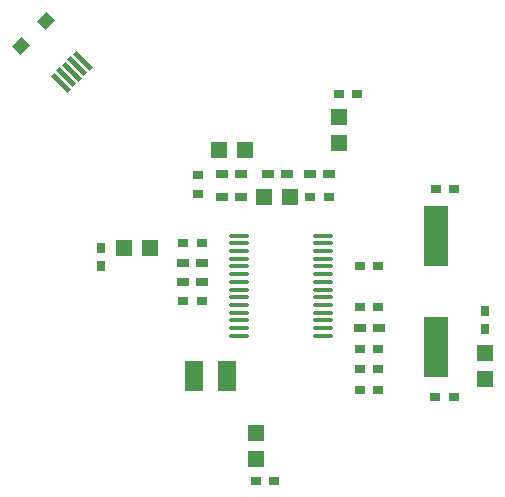
<source format=gtp>
G04*
G04 #@! TF.GenerationSoftware,Altium Limited,Altium Designer,20.0.11 (256)*
G04*
G04 Layer_Color=8421504*
%FSLAX25Y25*%
%MOIN*%
G70*
G01*
G75*
%ADD17R,0.03780X0.03150*%
%ADD18O,0.07000X0.01300*%
%ADD19R,0.05500X0.05300*%
%ADD20R,0.05300X0.05500*%
%ADD21R,0.05906X0.09843*%
%ADD22R,0.03000X0.03740*%
%ADD23R,0.03740X0.03000*%
%ADD24R,0.03937X0.03000*%
%ADD25R,0.07874X0.20472*%
G04:AMPARAMS|DCode=26|XSize=15.75mil|YSize=78.74mil|CornerRadius=0mil|HoleSize=0mil|Usage=FLASHONLY|Rotation=45.000|XOffset=0mil|YOffset=0mil|HoleType=Round|Shape=Rectangle|*
%AMROTATEDRECTD26*
4,1,4,0.02227,-0.03341,-0.03341,0.02227,-0.02227,0.03341,0.03341,-0.02227,0.02227,-0.03341,0.0*
%
%ADD26ROTATEDRECTD26*%

G04:AMPARAMS|DCode=27|XSize=43.31mil|YSize=39.37mil|CornerRadius=0mil|HoleSize=0mil|Usage=FLASHONLY|Rotation=45.000|XOffset=0mil|YOffset=0mil|HoleType=Round|Shape=Rectangle|*
%AMROTATEDRECTD27*
4,1,4,-0.00139,-0.02923,-0.02923,-0.00139,0.00139,0.02923,0.02923,0.00139,-0.00139,-0.02923,0.0*
%
%ADD27ROTATEDRECTD27*%

D17*
X67748Y138031D02*
D03*
Y131810D02*
D03*
D18*
X81500Y84560D02*
D03*
Y87120D02*
D03*
Y89680D02*
D03*
Y92240D02*
D03*
Y94800D02*
D03*
Y97360D02*
D03*
Y99920D02*
D03*
Y102480D02*
D03*
Y105040D02*
D03*
Y107600D02*
D03*
Y110160D02*
D03*
Y112720D02*
D03*
Y115280D02*
D03*
Y117840D02*
D03*
X109500D02*
D03*
Y115280D02*
D03*
Y112720D02*
D03*
Y110160D02*
D03*
Y107600D02*
D03*
Y105040D02*
D03*
Y102480D02*
D03*
Y99920D02*
D03*
Y97360D02*
D03*
Y94800D02*
D03*
Y92240D02*
D03*
Y89680D02*
D03*
Y87120D02*
D03*
Y84560D02*
D03*
D19*
X87120Y52133D02*
D03*
Y43471D02*
D03*
X163380Y70164D02*
D03*
Y78826D02*
D03*
X114900Y148717D02*
D03*
Y157379D02*
D03*
D20*
X43295Y113880D02*
D03*
X51957D02*
D03*
X74939Y146400D02*
D03*
X83601D02*
D03*
X89902Y130620D02*
D03*
X98564D02*
D03*
D21*
X66453Y70932D02*
D03*
X77477D02*
D03*
D22*
X35587Y113880D02*
D03*
Y107778D02*
D03*
X163380Y86660D02*
D03*
Y92762D02*
D03*
D23*
X87120Y36200D02*
D03*
X93222D02*
D03*
X147100Y133392D02*
D03*
X153202D02*
D03*
X147001Y64232D02*
D03*
X153104D02*
D03*
X69062Y96082D02*
D03*
X62960D02*
D03*
X121848Y80217D02*
D03*
X127951D02*
D03*
X121848Y94102D02*
D03*
X127951D02*
D03*
X121848Y107598D02*
D03*
X127951D02*
D03*
X121795Y73275D02*
D03*
X127898D02*
D03*
X114900Y165046D02*
D03*
X121002D02*
D03*
X105286Y130626D02*
D03*
X111388D02*
D03*
X121795Y66332D02*
D03*
X127898D02*
D03*
X69062Y115375D02*
D03*
X62960D02*
D03*
D24*
X69131Y108894D02*
D03*
X62831D02*
D03*
Y102463D02*
D03*
X69131D02*
D03*
X105157Y138520D02*
D03*
X111457D02*
D03*
X82135Y130620D02*
D03*
X75836D02*
D03*
X121780Y87154D02*
D03*
X128079D02*
D03*
X82135Y138560D02*
D03*
X75836D02*
D03*
X91084D02*
D03*
X97383D02*
D03*
D25*
X147100Y117804D02*
D03*
Y80796D02*
D03*
D26*
X22115Y168889D02*
D03*
X23924Y170698D02*
D03*
X29353Y176127D02*
D03*
X27543Y174317D02*
D03*
X25734Y172508D02*
D03*
D27*
X8780Y181110D02*
D03*
X17132Y189462D02*
D03*
M02*

</source>
